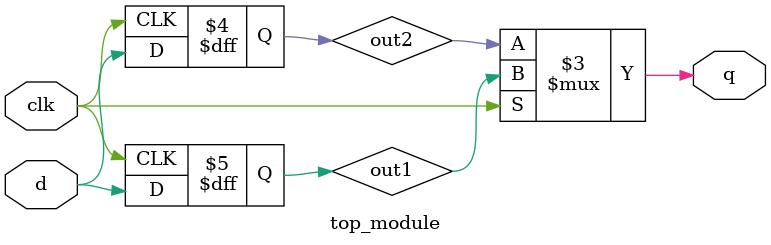
<source format=v>
module top_module (
    input clk,
    input d,
    output q
);
    reg out1,out2;
    
    always @(posedge clk) begin
        out1<=d;
    end
    
    always @(negedge clk) begin
        out2 <=d;
    end
    assign q=clk?out1:out2;

endmodule

</source>
